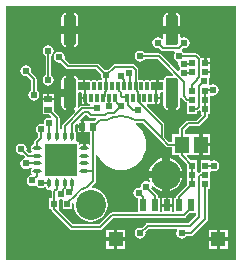
<source format=gbl>
G04*
G04 #@! TF.GenerationSoftware,Altium Limited,Altium Designer,20.0.14 (345)*
G04*
G04 Layer_Physical_Order=2*
G04 Layer_Color=16711680*
%FSLAX25Y25*%
%MOIN*%
G70*
G01*
G75*
%ADD10C,0.00600*%
%ADD14R,0.02000X0.02400*%
G04:AMPARAMS|DCode=21|XSize=43.31mil|YSize=102.36mil|CornerRadius=10.83mil|HoleSize=0mil|Usage=FLASHONLY|Rotation=0.000|XOffset=0mil|YOffset=0mil|HoleType=Round|Shape=RoundedRectangle|*
%AMROUNDEDRECTD21*
21,1,0.04331,0.08071,0,0,0.0*
21,1,0.02165,0.10236,0,0,0.0*
1,1,0.02165,0.01083,-0.04035*
1,1,0.02165,-0.01083,-0.04035*
1,1,0.02165,-0.01083,0.04035*
1,1,0.02165,0.01083,0.04035*
%
%ADD21ROUNDEDRECTD21*%
%ADD22C,0.10000*%
%ADD23C,0.02400*%
%ADD24R,0.05118X0.05709*%
%ADD25R,0.02500X0.01968*%
%ADD26R,0.01968X0.02500*%
%ADD27R,0.10630X0.10630*%
G04:AMPARAMS|DCode=28|XSize=13.78mil|YSize=31.5mil|CornerRadius=6.89mil|HoleSize=0mil|Usage=FLASHONLY|Rotation=90.000|XOffset=0mil|YOffset=0mil|HoleType=Round|Shape=RoundedRectangle|*
%AMROUNDEDRECTD28*
21,1,0.01378,0.01772,0,0,90.0*
21,1,0.00000,0.03150,0,0,90.0*
1,1,0.01378,0.00886,0.00000*
1,1,0.01378,0.00886,0.00000*
1,1,0.01378,-0.00886,0.00000*
1,1,0.01378,-0.00886,0.00000*
%
%ADD28ROUNDEDRECTD28*%
G04:AMPARAMS|DCode=29|XSize=13.78mil|YSize=31.5mil|CornerRadius=6.89mil|HoleSize=0mil|Usage=FLASHONLY|Rotation=0.000|XOffset=0mil|YOffset=0mil|HoleType=Round|Shape=RoundedRectangle|*
%AMROUNDEDRECTD29*
21,1,0.01378,0.01772,0,0,0.0*
21,1,0.00000,0.03150,0,0,0.0*
1,1,0.01378,0.00000,-0.00886*
1,1,0.01378,0.00000,-0.00886*
1,1,0.01378,0.00000,0.00886*
1,1,0.01378,0.00000,0.00886*
%
%ADD29ROUNDEDRECTD29*%
%ADD30R,0.04961X0.05118*%
%ADD31R,0.02165X0.03937*%
G04:AMPARAMS|DCode=32|XSize=11.81mil|YSize=29.92mil|CornerRadius=1.18mil|HoleSize=0mil|Usage=FLASHONLY|Rotation=0.000|XOffset=0mil|YOffset=0mil|HoleType=Round|Shape=RoundedRectangle|*
%AMROUNDEDRECTD32*
21,1,0.01181,0.02756,0,0,0.0*
21,1,0.00945,0.02992,0,0,0.0*
1,1,0.00236,0.00472,-0.01378*
1,1,0.00236,-0.00472,-0.01378*
1,1,0.00236,-0.00472,0.01378*
1,1,0.00236,0.00472,0.01378*
%
%ADD32ROUNDEDRECTD32*%
G04:AMPARAMS|DCode=33|XSize=39.37mil|YSize=27.56mil|CornerRadius=2.76mil|HoleSize=0mil|Usage=FLASHONLY|Rotation=0.000|XOffset=0mil|YOffset=0mil|HoleType=Round|Shape=RoundedRectangle|*
%AMROUNDEDRECTD33*
21,1,0.03937,0.02205,0,0,0.0*
21,1,0.03386,0.02756,0,0,0.0*
1,1,0.00551,0.01693,-0.01102*
1,1,0.00551,-0.01693,-0.01102*
1,1,0.00551,-0.01693,0.01102*
1,1,0.00551,0.01693,0.01102*
%
%ADD33ROUNDEDRECTD33*%
G04:AMPARAMS|DCode=34|XSize=11.81mil|YSize=27.56mil|CornerRadius=2.95mil|HoleSize=0mil|Usage=FLASHONLY|Rotation=0.000|XOffset=0mil|YOffset=0mil|HoleType=Round|Shape=RoundedRectangle|*
%AMROUNDEDRECTD34*
21,1,0.01181,0.02165,0,0,0.0*
21,1,0.00591,0.02756,0,0,0.0*
1,1,0.00591,0.00295,-0.01083*
1,1,0.00591,-0.00295,-0.01083*
1,1,0.00591,-0.00295,0.01083*
1,1,0.00591,0.00295,0.01083*
%
%ADD34ROUNDEDRECTD34*%
G36*
X38350Y-38350D02*
X-38350D01*
Y46224D01*
X38350D01*
Y-38350D01*
D02*
G37*
%LPC*%
G36*
X18258Y43946D02*
Y39478D01*
X19806D01*
Y42264D01*
X19676Y42920D01*
X19304Y43477D01*
X18747Y43849D01*
X18258Y43946D01*
D02*
G37*
G36*
X15758D02*
X15269Y43849D01*
X14712Y43477D01*
X14340Y42920D01*
X14209Y42264D01*
Y39478D01*
X15758D01*
Y43946D01*
D02*
G37*
G36*
X-15758D02*
Y39478D01*
X-14209D01*
Y42264D01*
X-14340Y42920D01*
X-14712Y43477D01*
X-15269Y43849D01*
X-15758Y43946D01*
D02*
G37*
G36*
X-18258D02*
X-18747Y43849D01*
X-19304Y43477D01*
X-19676Y42920D01*
X-19806Y42264D01*
Y39478D01*
X-18258D01*
Y43946D01*
D02*
G37*
G36*
X19806Y36978D02*
X14209D01*
Y35356D01*
X13710Y35204D01*
X13647Y35298D01*
X13051Y35696D01*
X12349Y35835D01*
X11647Y35696D01*
X11051Y35298D01*
X10654Y34702D01*
X10514Y34000D01*
X10654Y33298D01*
X11051Y32702D01*
X11647Y32304D01*
X12349Y32165D01*
X12798Y32254D01*
X13166Y31885D01*
X13191Y31759D01*
X13390Y31461D01*
X13688Y31262D01*
X14039Y31193D01*
X17812D01*
X18065Y30693D01*
X17804Y30302D01*
X17665Y29600D01*
X17804Y28898D01*
X18202Y28302D01*
X18798Y27904D01*
X18874Y27889D01*
X19226Y27309D01*
X19165Y27000D01*
X19304Y26298D01*
X19702Y25702D01*
X19802Y25635D01*
Y25298D01*
X19404Y24702D01*
X19393Y24643D01*
X18914Y24498D01*
X13263Y30149D01*
X12966Y30348D01*
X12615Y30418D01*
X7952D01*
X7698Y30798D01*
X7102Y31196D01*
X6400Y31335D01*
X5698Y31196D01*
X5102Y30798D01*
X4704Y30202D01*
X4565Y29500D01*
X4704Y28798D01*
X5102Y28202D01*
X5698Y27804D01*
X6400Y27665D01*
X7102Y27804D01*
X7698Y28202D01*
X7952Y28582D01*
X12234D01*
X17478Y23339D01*
X17286Y22877D01*
X15925D01*
X15269Y22747D01*
X14712Y22375D01*
X14415Y21930D01*
X14340Y21818D01*
X13898Y21562D01*
X12605D01*
Y19567D01*
X11805D01*
Y21562D01*
X10512D01*
X10170Y21494D01*
X9881Y21301D01*
X9503Y21493D01*
X9154Y21562D01*
X8563D01*
X8214Y21493D01*
X7874Y21317D01*
X7534Y21493D01*
X7185Y21562D01*
X6594D01*
X6339Y21512D01*
X6002Y21691D01*
X5839Y21823D01*
Y24979D01*
X5769Y25330D01*
X5570Y25628D01*
X4649Y26549D01*
X4351Y26748D01*
X4000Y26818D01*
X-2083D01*
X-2434Y26748D01*
X-2732Y26549D01*
X-4422Y24858D01*
X-4871Y24947D01*
X-5319Y24858D01*
X-7216Y26755D01*
X-7514Y26954D01*
X-7865Y27024D01*
X-17128D01*
X-18756Y28652D01*
X-18667Y29100D01*
X-18807Y29802D01*
X-19205Y30398D01*
X-19800Y30796D01*
X-20503Y30935D01*
X-21205Y30796D01*
X-21800Y30398D01*
X-22198Y29802D01*
X-22338Y29100D01*
X-22198Y28398D01*
X-21800Y27802D01*
X-21205Y27404D01*
X-20503Y27265D01*
X-20054Y27354D01*
X-18157Y25457D01*
X-17860Y25258D01*
X-17508Y25188D01*
X-8245D01*
X-6617Y23560D01*
X-6706Y23112D01*
X-6566Y22410D01*
X-6302Y22014D01*
X-6594Y21562D01*
X-7185D01*
X-7534Y21493D01*
X-7874Y21317D01*
X-8214Y21493D01*
X-8563Y21562D01*
X-9154D01*
X-9503Y21493D01*
X-9881Y21301D01*
X-10170Y21494D01*
X-10512Y21562D01*
X-11805D01*
Y19567D01*
X-12605D01*
Y21562D01*
X-13898D01*
X-14340Y21818D01*
X-14415Y21930D01*
X-14712Y22375D01*
X-15269Y22747D01*
X-15758Y22844D01*
Y17126D01*
Y11408D01*
X-15422Y11475D01*
X-15176Y11014D01*
X-19369Y6821D01*
X-19568Y6523D01*
X-19638Y6172D01*
Y5039D01*
X-20138Y4834D01*
X-20382Y5081D01*
Y8728D01*
X-20452Y9080D01*
X-20651Y9377D01*
X-22350Y11076D01*
Y13087D01*
X-22350Y13213D01*
Y13587D01*
X-22350Y13713D01*
Y14772D01*
X-24200D01*
X-26050D01*
Y13713D01*
X-26050Y13587D01*
Y13213D01*
X-26050Y13087D01*
Y10044D01*
X-23913D01*
X-23202Y9333D01*
X-23448Y8872D01*
X-23806Y8943D01*
X-24508Y8803D01*
X-25104Y8405D01*
X-25501Y7810D01*
X-25622Y7206D01*
X-25657Y7098D01*
X-26096Y6829D01*
X-26470Y6903D01*
X-27172Y6764D01*
X-27768Y6366D01*
X-28166Y5771D01*
X-28305Y5068D01*
X-28166Y4366D01*
X-27768Y3770D01*
X-27518Y3603D01*
Y2671D01*
X-28523Y1666D01*
X-28722Y1368D01*
X-28792Y1017D01*
Y146D01*
X-29263Y53D01*
X-29689Y-232D01*
X-29974Y-659D01*
X-30074Y-1161D01*
X-29974Y-1664D01*
X-29689Y-2091D01*
X-29847Y-2565D01*
X-30090Y-2803D01*
X-30582D01*
X-31488Y-1897D01*
X-31416Y-1532D01*
X-31555Y-830D01*
X-31953Y-234D01*
X-32549Y164D01*
X-33251Y303D01*
X-33953Y164D01*
X-34549Y-234D01*
X-34947Y-830D01*
X-35086Y-1532D01*
X-34947Y-2234D01*
X-34549Y-2830D01*
X-33953Y-3228D01*
X-33251Y-3367D01*
X-32719Y-3261D01*
X-31984Y-3997D01*
X-32148Y-4540D01*
X-32371Y-4584D01*
X-32966Y-4982D01*
X-33364Y-5577D01*
X-33503Y-6279D01*
X-33364Y-6982D01*
X-32966Y-7577D01*
X-32371Y-7975D01*
X-31668Y-8115D01*
X-30966Y-7975D01*
X-30371Y-7577D01*
X-29852Y-7585D01*
X-29689Y-7909D01*
X-29974Y-8336D01*
X-30074Y-8839D01*
X-29974Y-9341D01*
X-29768Y-9649D01*
X-29867Y-10059D01*
X-29950Y-10195D01*
X-30253Y-10255D01*
X-30849Y-10653D01*
X-31247Y-11249D01*
X-31386Y-11951D01*
X-31247Y-12653D01*
X-30849Y-13249D01*
X-30253Y-13646D01*
X-29551Y-13786D01*
X-28849Y-13646D01*
X-28715Y-13557D01*
X-28053Y-13716D01*
X-27882Y-13973D01*
X-27287Y-14371D01*
X-26584Y-14510D01*
X-25882Y-14371D01*
X-25581Y-14169D01*
X-25062Y-14261D01*
X-25002Y-14338D01*
X-24768Y-14689D01*
X-24341Y-14974D01*
X-23839Y-15074D01*
X-23453Y-14997D01*
X-23380Y-15037D01*
X-23163Y-15236D01*
X-23060Y-15390D01*
X-23097Y-15576D01*
Y-17880D01*
X-23800D01*
Y-21480D01*
X-23118D01*
Y-21620D01*
X-23048Y-21971D01*
X-22849Y-22269D01*
X-16969Y-28149D01*
X-16671Y-28348D01*
X-16320Y-28418D01*
X-6900D01*
X-6549Y-28348D01*
X-6251Y-28149D01*
X-2513Y-24410D01*
X20967D01*
X21318Y-24341D01*
X21616Y-24142D01*
X22889Y-22869D01*
X24957D01*
X25182Y-23275D01*
Y-23620D01*
X22620Y-26182D01*
X8900D01*
X8549Y-26252D01*
X8251Y-26451D01*
X6940Y-27762D01*
X6408Y-27657D01*
X5706Y-27796D01*
X5110Y-28194D01*
X4713Y-28790D01*
X4573Y-29492D01*
X4713Y-30194D01*
X5110Y-30790D01*
X5706Y-31187D01*
X6408Y-31327D01*
X7110Y-31187D01*
X7706Y-30790D01*
X8104Y-30194D01*
X8243Y-29492D01*
X8171Y-29127D01*
X9280Y-28018D01*
X18597D01*
X18858Y-28518D01*
X18604Y-28898D01*
X18465Y-29600D01*
X18604Y-30302D01*
X19002Y-30898D01*
X19598Y-31296D01*
X20300Y-31435D01*
X21002Y-31296D01*
X21598Y-30898D01*
X21852Y-30518D01*
X23300D01*
X23651Y-30448D01*
X23949Y-30249D01*
X28849Y-25349D01*
X29048Y-25051D01*
X29118Y-24700D01*
Y-14800D01*
X29800D01*
Y-11800D01*
Y-9077D01*
X30264Y-8796D01*
X30300Y-8797D01*
X30974Y-8931D01*
X31676Y-8791D01*
X32272Y-8393D01*
X32670Y-7798D01*
X32809Y-7096D01*
X32670Y-6393D01*
X32272Y-5798D01*
X31676Y-5400D01*
X30974Y-5260D01*
X30300Y-5395D01*
X30169Y-5397D01*
X29800Y-5200D01*
Y-5200D01*
X26600D01*
Y-9102D01*
X26349Y-9152D01*
X26051Y-9351D01*
X25900Y-9502D01*
X25400Y-9295D01*
Y-5200D01*
X23298D01*
X22014Y-3916D01*
X22205Y-3454D01*
X26041D01*
Y-0D01*
Y3454D01*
X21259D01*
Y4662D01*
X22780Y6182D01*
X25700D01*
X26051Y6252D01*
X26349Y6451D01*
X28849Y8951D01*
X29048Y9249D01*
X29118Y9600D01*
Y10200D01*
X29800D01*
Y13200D01*
Y16102D01*
X29900Y16237D01*
X29943Y16276D01*
X30300Y16464D01*
X30800Y16365D01*
X31502Y16504D01*
X32098Y16902D01*
X32496Y17498D01*
X32635Y18200D01*
X32496Y18902D01*
X32098Y19498D01*
X31502Y19896D01*
X30800Y20035D01*
X30098Y19896D01*
X30066Y19875D01*
X29800Y19800D01*
X29478Y19886D01*
X29268Y20375D01*
X29280Y20393D01*
X29420Y21096D01*
X29280Y21798D01*
X29239Y21859D01*
X29475Y22300D01*
X29800D01*
Y23700D01*
X28200D01*
Y24500D01*
X29800D01*
Y25300D01*
Y26700D01*
X28200D01*
Y27100D01*
X27800D01*
Y28900D01*
X26736D01*
X26549Y29180D01*
X25580Y30149D01*
X25282Y30348D01*
X24931Y30418D01*
X21118D01*
X20798Y30898D01*
X20400Y31163D01*
X20291Y31698D01*
X20309Y31780D01*
X20778Y32249D01*
X21200Y32165D01*
X21902Y32304D01*
X22498Y32702D01*
X22896Y33298D01*
X23035Y34000D01*
X22896Y34702D01*
X22498Y35298D01*
X21902Y35696D01*
X21200Y35835D01*
X20498Y35696D01*
X20306Y35568D01*
X19806Y35835D01*
Y36978D01*
D02*
G37*
G36*
X-14209D02*
X-15758D01*
Y32511D01*
X-15269Y32608D01*
X-14712Y32980D01*
X-14340Y33536D01*
X-14209Y34193D01*
Y36978D01*
D02*
G37*
G36*
X-18258D02*
X-19806D01*
Y34193D01*
X-19676Y33536D01*
X-19304Y32980D01*
X-18747Y32608D01*
X-18258Y32511D01*
Y36978D01*
D02*
G37*
G36*
X29800Y28900D02*
X28600D01*
Y27500D01*
X29800D01*
Y28900D01*
D02*
G37*
G36*
X-24165Y33035D02*
X-24867Y32896D01*
X-25463Y32498D01*
X-25860Y31902D01*
X-26000Y31200D01*
X-25860Y30498D01*
X-25463Y29902D01*
X-25082Y29648D01*
Y23058D01*
X-25463Y22804D01*
X-25860Y22209D01*
X-26000Y21507D01*
X-25860Y20804D01*
X-25463Y20209D01*
X-24867Y19811D01*
X-24165Y19671D01*
X-23463Y19811D01*
X-22867Y20209D01*
X-22469Y20804D01*
X-22330Y21507D01*
X-22469Y22209D01*
X-22867Y22804D01*
X-23247Y23058D01*
Y29648D01*
X-22867Y29902D01*
X-22469Y30498D01*
X-22330Y31200D01*
X-22469Y31902D01*
X-22867Y32498D01*
X-23463Y32896D01*
X-24165Y33035D01*
D02*
G37*
G36*
X-18258Y22844D02*
X-18747Y22747D01*
X-19304Y22375D01*
X-19676Y21818D01*
X-19806Y21161D01*
Y18376D01*
X-18258D01*
Y22844D01*
D02*
G37*
G36*
X-22350Y16756D02*
X-23800D01*
Y15572D01*
X-22350D01*
Y16756D01*
D02*
G37*
G36*
X-24600D02*
X-26050D01*
Y15572D01*
X-24600D01*
Y16756D01*
D02*
G37*
G36*
X-31677Y26495D02*
X-32379Y26356D01*
X-32975Y25958D01*
X-33373Y25362D01*
X-33512Y24660D01*
X-33373Y23958D01*
X-32975Y23362D01*
X-32379Y22964D01*
X-31677Y22825D01*
X-31229Y22914D01*
X-29918Y21603D01*
Y18052D01*
X-30298Y17798D01*
X-30696Y17202D01*
X-30835Y16500D01*
X-30696Y15798D01*
X-30298Y15202D01*
X-29702Y14804D01*
X-29000Y14665D01*
X-28298Y14804D01*
X-27702Y15202D01*
X-27304Y15798D01*
X-27165Y16500D01*
X-27304Y17202D01*
X-27702Y17798D01*
X-28082Y18052D01*
Y21983D01*
X-28152Y22334D01*
X-28351Y22632D01*
X-29931Y24212D01*
X-29842Y24660D01*
X-29982Y25362D01*
X-30380Y25958D01*
X-30975Y26356D01*
X-31677Y26495D01*
D02*
G37*
G36*
X-18258Y15876D02*
X-19806D01*
Y13091D01*
X-19676Y12434D01*
X-19304Y11877D01*
X-18747Y11506D01*
X-18258Y11408D01*
Y15876D01*
D02*
G37*
G36*
X29800Y3454D02*
X27241D01*
Y600D01*
X29800D01*
Y3454D01*
D02*
G37*
G36*
Y-600D02*
X27241D01*
Y-3454D01*
X29800D01*
Y-600D01*
D02*
G37*
G36*
X35606Y-28361D02*
X33126D01*
Y-30920D01*
X35606D01*
Y-28361D01*
D02*
G37*
G36*
X31926D02*
X29446D01*
Y-30920D01*
X31926D01*
Y-28361D01*
D02*
G37*
G36*
X1354D02*
X-1126D01*
Y-30920D01*
X1354D01*
Y-28361D01*
D02*
G37*
G36*
X-2326D02*
X-4806D01*
Y-30920D01*
X-2326D01*
Y-28361D01*
D02*
G37*
G36*
X35606Y-32120D02*
X33126D01*
Y-34679D01*
X35606D01*
Y-32120D01*
D02*
G37*
G36*
X31926D02*
X29446D01*
Y-34679D01*
X31926D01*
Y-32120D01*
D02*
G37*
G36*
X1354D02*
X-1126D01*
Y-34679D01*
X1354D01*
Y-32120D01*
D02*
G37*
G36*
X-2326D02*
X-4806D01*
Y-34679D01*
X-2326D01*
Y-32120D01*
D02*
G37*
%LPD*%
G36*
X14209Y17316D02*
Y13091D01*
X14340Y12434D01*
X14712Y11877D01*
X15269Y11506D01*
X15758Y11408D01*
Y17126D01*
X18258D01*
Y11408D01*
X18747Y11506D01*
X19304Y11877D01*
X19676Y12434D01*
X19806Y13091D01*
Y15585D01*
X19944Y15636D01*
X20306Y15668D01*
X20451Y15451D01*
X21551Y14351D01*
X21849Y14152D01*
X22200Y14082D01*
Y10200D01*
X25400D01*
Y11082D01*
X25751Y11152D01*
X26049Y11351D01*
X26138Y11440D01*
X26600Y11249D01*
Y10200D01*
X26795D01*
X27002Y9700D01*
X25320Y8018D01*
X22400D01*
X22049Y7948D01*
X21751Y7749D01*
X19693Y5691D01*
X19494Y5393D01*
X19424Y5042D01*
Y3454D01*
X17183D01*
Y918D01*
X16180D01*
X14518Y2580D01*
Y6614D01*
X14448Y6965D01*
X14249Y7263D01*
X8629Y12882D01*
X8746Y13424D01*
X9090Y13576D01*
X9370Y13520D01*
X10315D01*
X10595Y13576D01*
X10827Y13730D01*
X11058Y13576D01*
X11339Y13520D01*
X11411D01*
Y15630D01*
X11811D01*
Y16030D01*
X13016D01*
Y17008D01*
X13003Y17072D01*
X13289Y17515D01*
X13372Y17572D01*
X13898D01*
X14209Y17316D01*
D02*
G37*
G36*
X-13289Y17515D02*
X-13003Y17072D01*
X-13016Y17008D01*
Y16030D01*
X-11811D01*
Y15630D01*
X-11411D01*
Y13520D01*
X-11339D01*
X-11058Y13576D01*
X-10827Y13730D01*
X-10595Y13576D01*
X-10389Y13535D01*
X-10239Y13331D01*
X-10115Y13020D01*
X-10116Y13018D01*
X-12792D01*
X-13143Y12948D01*
X-13441Y12749D01*
X-13849Y12341D01*
X-14310Y12587D01*
X-14209Y13091D01*
Y17316D01*
X-13898Y17572D01*
X-13372D01*
X-13289Y17515D01*
D02*
G37*
G36*
X-10449Y9151D02*
X-10151Y8952D01*
X-9800Y8882D01*
X-8351D01*
X-8144Y8382D01*
X-8676Y7850D01*
X-10813D01*
Y7850D01*
X-11187D01*
Y7850D01*
X-12372D01*
Y6000D01*
Y4150D01*
X-11187D01*
Y4150D01*
X-10813D01*
Y4150D01*
X-10146D01*
Y259D01*
X-10646Y-8D01*
X-10737Y53D01*
X-11240Y153D01*
X-11726D01*
Y-1161D01*
X-12526D01*
Y153D01*
X-13012D01*
X-13515Y53D01*
X-13585Y6D01*
X-14085Y273D01*
Y915D01*
X-14727D01*
X-14994Y1415D01*
X-14947Y1485D01*
X-14847Y1988D01*
Y3760D01*
X-14947Y4263D01*
X-15232Y4689D01*
X-15244Y4697D01*
Y6537D01*
X-14818Y6962D01*
X-14356Y6771D01*
Y6400D01*
X-13172D01*
Y7850D01*
X-13277D01*
X-13468Y8312D01*
X-11848Y9932D01*
X-11230D01*
X-10449Y9151D01*
D02*
G37*
G36*
X12951Y1551D02*
X15151Y-649D01*
X15449Y-848D01*
X15800Y-918D01*
X17183D01*
Y-3454D01*
X19424D01*
Y-3542D01*
X19494Y-3893D01*
X19693Y-4191D01*
X22200Y-6698D01*
Y-8800D01*
Y-13302D01*
X18688Y-16814D01*
X18489Y-17112D01*
X18419Y-17463D01*
Y-17731D01*
X17654D01*
Y-22575D01*
X17083D01*
Y-20700D01*
X13717D01*
Y-22575D01*
X13146D01*
Y-17731D01*
X12381D01*
Y-17163D01*
X12311Y-16812D01*
X12112Y-16514D01*
X10202Y-14604D01*
X10327Y-13976D01*
X10315Y-13914D01*
X10782Y-13702D01*
X11006Y-13994D01*
X12176Y-14892D01*
X13538Y-15456D01*
X13750Y-15484D01*
Y-11250D01*
X9516D01*
X9544Y-11462D01*
X9803Y-12086D01*
X9399Y-12418D01*
X9194Y-12281D01*
X8492Y-12141D01*
X7789Y-12281D01*
X7194Y-12679D01*
X6796Y-13274D01*
X6656Y-13976D01*
X6212Y-14307D01*
X6000Y-14265D01*
X5298Y-14404D01*
X4702Y-14802D01*
X4304Y-15398D01*
X4165Y-16100D01*
X4304Y-16802D01*
X4702Y-17398D01*
X5298Y-17796D01*
X5843Y-17904D01*
Y-22575D01*
X-2893D01*
X-3244Y-22645D01*
X-3542Y-22844D01*
X-7280Y-26582D01*
X-15940D01*
X-20730Y-21793D01*
X-20600Y-21480D01*
X-20600D01*
Y-18571D01*
X-20213Y-18254D01*
X-20079Y-18281D01*
X-19786Y-18222D01*
X-19400Y-18540D01*
Y-21480D01*
X-16200D01*
Y-19468D01*
X-16072Y-19385D01*
X-15606Y-19679D01*
X-15648Y-20000D01*
X-15456Y-21462D01*
X-14892Y-22824D01*
X-13994Y-23994D01*
X-12824Y-24892D01*
X-11462Y-25456D01*
X-10000Y-25648D01*
X-8538Y-25456D01*
X-7176Y-24892D01*
X-6006Y-23994D01*
X-5108Y-22824D01*
X-4544Y-21462D01*
X-4352Y-20000D01*
X-4544Y-18538D01*
X-5108Y-17176D01*
X-6006Y-16006D01*
X-7176Y-15108D01*
X-8538Y-14544D01*
X-9476Y-14421D01*
X-9655Y-13893D01*
X-8580Y-12817D01*
X-8381Y-12519D01*
X-8311Y-12168D01*
Y-8839D01*
Y-3465D01*
X-7811Y-3364D01*
X-7080Y-4731D01*
X-6021Y-6021D01*
X-4731Y-7080D01*
X-3259Y-7867D01*
X-1661Y-8351D01*
X0Y-8515D01*
X1661Y-8351D01*
X3259Y-7867D01*
X4731Y-7080D01*
X6021Y-6021D01*
X7080Y-4731D01*
X7867Y-3259D01*
X8351Y-1661D01*
X8515Y0D01*
X8351Y1661D01*
X7867Y3259D01*
X7080Y4731D01*
X6021Y6021D01*
X5128Y6754D01*
X5208Y7201D01*
X5272Y7282D01*
X7220D01*
X12951Y1551D01*
D02*
G37*
%LPC*%
G36*
X13016Y15230D02*
X12211D01*
Y13520D01*
X12284D01*
X12564Y13576D01*
X12801Y13734D01*
X12960Y13972D01*
X13016Y14252D01*
Y15230D01*
D02*
G37*
G36*
X-12211D02*
X-13016D01*
Y14252D01*
X-12960Y13972D01*
X-12801Y13734D01*
X-12564Y13576D01*
X-12284Y13520D01*
X-12211D01*
Y15230D01*
D02*
G37*
G36*
X-13172Y5600D02*
X-14356D01*
Y4150D01*
X-13172D01*
Y5600D01*
D02*
G37*
G36*
X16250Y-4516D02*
Y-8750D01*
X20484D01*
X20456Y-8538D01*
X19892Y-7176D01*
X18994Y-6006D01*
X17824Y-5108D01*
X16462Y-4544D01*
X16250Y-4516D01*
D02*
G37*
G36*
X13750D02*
X13538Y-4544D01*
X12176Y-5108D01*
X11006Y-6006D01*
X10108Y-7176D01*
X9544Y-8538D01*
X9516Y-8750D01*
X13750D01*
Y-4516D01*
D02*
G37*
G36*
X20484Y-11250D02*
X16250D01*
Y-15484D01*
X16462Y-15456D01*
X17824Y-14892D01*
X18994Y-13994D01*
X19892Y-12824D01*
X20456Y-11462D01*
X20484Y-11250D01*
D02*
G37*
G36*
X17083Y-17731D02*
X15800D01*
Y-19900D01*
X17083D01*
Y-17731D01*
D02*
G37*
G36*
X15000D02*
X13717D01*
Y-19900D01*
X15000D01*
Y-17731D01*
D02*
G37*
%LPD*%
D10*
X-11177Y-14117D02*
G03*
X-14993Y-16673I1177J-5883D01*
G01*
X4904Y8137D02*
G03*
X-4904Y8137I-4904J-8137D01*
G01*
X23800Y20000D02*
X25484Y21684D01*
X25900Y22381D02*
Y28531D01*
X25484Y21684D02*
Y21966D01*
X25900Y22381D01*
X26000Y12600D02*
Y19511D01*
X27584Y21096D01*
X-18721Y-14402D02*
Y-12874D01*
X-20079Y-16445D02*
X-19238Y-15603D01*
Y-14919D02*
X-18721Y-14402D01*
X-19238Y-15603D02*
Y-14919D01*
X-22200Y-19700D02*
X-22179Y-19680D01*
Y-15576D01*
X-21280Y-14676D02*
Y-12874D01*
X-22179Y-15576D02*
X-21280Y-14676D01*
X-16310Y-13023D02*
X-16161Y-12874D01*
X-16938Y-15689D02*
X-16161Y-14913D01*
X-16310Y-15010D02*
Y-13023D01*
X-16789Y-15489D02*
X-16310Y-15010D01*
X-26570Y5028D02*
Y5068D01*
X-26600Y2291D02*
Y4998D01*
X-27874Y1017D02*
X-26600Y2291D01*
X-31677Y24660D02*
X-29000Y21983D01*
Y16500D02*
Y21983D01*
X-26600Y4998D02*
X-26570Y5028D01*
X-16161Y-14913D02*
Y-12874D01*
X-22200Y-21620D02*
Y-19700D01*
X14039Y32110D02*
X19342D01*
X12549Y33800D02*
X14039Y32310D01*
X21000Y33768D02*
Y33800D01*
X19342Y32110D02*
X21000Y33768D01*
X24931Y29500D02*
X25900Y28531D01*
X19500Y29500D02*
X24931D01*
X23800Y18000D02*
Y20000D01*
X21100Y16100D02*
Y21014D01*
X12615Y29500D02*
X21100Y21014D01*
X6500Y29500D02*
X12615D01*
X-984Y19567D02*
X-506Y19089D01*
X-18Y16151D02*
Y17501D01*
X-506Y17989D02*
X-18Y17501D01*
X-506Y17989D02*
Y19089D01*
X2233Y13352D02*
X3907Y11678D01*
X5707D01*
X-4507Y10597D02*
X-2403D01*
X0Y13000D01*
X-5304Y9800D02*
X-4507Y10597D01*
X-12792Y12100D02*
X-8000D01*
X-18721Y6172D02*
X-12792Y12100D01*
X-18721Y2874D02*
Y6172D01*
X-30962Y-3720D02*
X-27874D01*
X-33151Y-1532D02*
X-30962Y-3720D01*
X333Y15800D02*
X1798D01*
X-18Y16151D02*
X333Y15800D01*
X1798D02*
X1969Y15630D01*
X-9800Y9800D02*
X-5304D01*
X-10850Y10850D02*
X-9800Y9800D01*
X-12228Y10850D02*
X-10850D01*
X-24165Y21707D02*
Y31100D01*
X-20503Y29100D02*
X-17508Y26106D01*
X-7865D01*
X-4871Y23112D01*
X28200Y18000D02*
X28400Y18200D01*
X30800D01*
X-16161Y2874D02*
Y6917D01*
X-12228Y10850D01*
X-325Y13572D02*
X0Y13247D01*
X-816Y13572D02*
X-325D01*
X-2000Y14756D02*
X-816Y13572D01*
X11811Y15630D02*
Y19173D01*
X12205Y19567D01*
X-11811Y15630D02*
Y19173D01*
X-12205Y19567D02*
X-11811Y19173D01*
X-27874Y-1161D02*
Y1017D01*
X-11177Y-14117D02*
X-9228Y-12168D01*
X-17800Y-19480D02*
X-14993Y-16673D01*
X-9228Y-12168D02*
Y-8839D01*
Y6000D01*
X-11477Y-8839D02*
X-9228D01*
X-17800Y-19680D02*
Y-19480D01*
X20967Y-23493D02*
X23274Y-21186D01*
X-6900Y-27500D02*
X-2893Y-23493D01*
X20967D01*
X-16320Y-27500D02*
X-6900D01*
X23274Y-21186D02*
Y-20300D01*
X-22200Y-21620D02*
X-16320Y-27500D01*
X-31668Y-6279D02*
X-27874D01*
X-29451Y-11951D02*
X-27874Y-10374D01*
Y-8839D01*
X28200Y-7000D02*
X28296Y-7096D01*
X30974D01*
X6508Y-29492D02*
X8900Y-27100D01*
X23000D01*
X20300Y-29600D02*
X23300D01*
X23000Y-27100D02*
X26100Y-24000D01*
Y-10600D01*
X28200Y-24700D02*
Y-13000D01*
X23300Y-29600D02*
X28200Y-24700D01*
X26100Y-10600D02*
X26700Y-10000D01*
X28200D01*
X19337Y-20300D02*
Y-17463D01*
X23800Y-13000D01*
Y-10000D01*
Y-7000D01*
X20342Y-3542D02*
Y0D01*
Y-3542D02*
X23800Y-7000D01*
X7526Y-20300D02*
Y-17526D01*
X6100Y-16200D02*
X6200D01*
X6000Y-16100D02*
X6100Y-16200D01*
X6200D02*
X7526Y-17526D01*
X11463Y-20300D02*
Y-17163D01*
X8300Y-14000D02*
X11463Y-17163D01*
X8324Y-13976D02*
X8492D01*
X8300Y-14000D02*
X8324Y-13976D01*
X25400Y12000D02*
X26000Y12600D01*
X23800Y12000D02*
X25400D01*
X21100Y16100D02*
X22200Y15000D01*
X23800D01*
X19400Y29500D02*
X19450Y29450D01*
X21000Y27000D02*
X23800D01*
X21000Y24000D02*
X23800D01*
X2937Y19583D02*
Y23884D01*
X2921Y23900D02*
X2937Y23884D01*
X4921Y19567D02*
Y24979D01*
X4000Y25900D02*
X4921Y24979D01*
X0Y22418D02*
Y22512D01*
Y22418D02*
X984Y21434D01*
X-4896Y19592D02*
Y23087D01*
X-4921Y19567D02*
X-4896Y19592D01*
X984Y19567D02*
Y21434D01*
X20342Y0D02*
Y5042D01*
X22400Y7100D01*
X25700D01*
X28200Y9600D02*
Y12000D01*
X25700Y7100D02*
X28200Y9600D01*
Y12000D02*
Y15000D01*
Y18000D01*
X-7092Y8137D02*
X-4904D01*
X-9228Y6000D02*
Y6266D01*
X-8644Y6850D01*
X-8378D01*
X-7092Y8137D01*
X7600Y8200D02*
X13600Y2200D01*
X4942Y8200D02*
X7600D01*
X-2000Y14756D02*
Y15598D01*
X6096Y14118D02*
X13600Y6614D01*
Y2200D02*
Y6614D01*
X15800Y0D02*
X20342D01*
X13600Y2200D02*
X15800Y0D01*
X5906Y15630D02*
X6096Y15439D01*
Y14118D02*
Y15439D01*
X-4871Y23112D02*
X-2083Y25900D01*
X4000D01*
X2937Y19583D02*
X2953Y19567D01*
X-26584Y-12675D02*
X-26385Y-12874D01*
X-23839D01*
X-21300Y2800D02*
Y8728D01*
X-23350Y10778D02*
X-21300Y8728D01*
X-24200Y11628D02*
X-23934D01*
X-23350Y11044D01*
Y10778D02*
Y11044D01*
X-23839Y2874D02*
Y6831D01*
X-23770Y6900D01*
Y6972D01*
X-23806Y7008D02*
X-23770Y6972D01*
X4921Y18779D02*
X5399Y18302D01*
Y17989D02*
Y18302D01*
Y17989D02*
X5715Y17673D01*
Y15821D02*
Y17673D01*
Y15821D02*
X5906Y15630D01*
X2233Y13352D02*
Y15594D01*
X-4023Y12647D02*
X-3937Y12733D01*
Y15630D01*
X-4896Y23087D02*
X-4871Y23112D01*
X-4921Y17936D02*
Y19567D01*
X-5906Y15630D02*
X-5428Y16108D01*
Y17430D02*
X-4921Y17936D01*
X-5428Y16108D02*
Y17430D01*
X11593Y15412D02*
X11811Y15630D01*
D14*
X28200Y-10000D02*
D03*
X23800D02*
D03*
X28200Y-13000D02*
D03*
X23800D02*
D03*
X28200Y-7000D02*
D03*
X23800D02*
D03*
Y15000D02*
D03*
X28200D02*
D03*
X23800Y12000D02*
D03*
X28200D02*
D03*
X23800Y18000D02*
D03*
X28200D02*
D03*
Y27100D02*
D03*
X23800D02*
D03*
X28200Y24100D02*
D03*
X23800D02*
D03*
X-22200Y-19680D02*
D03*
X-17800D02*
D03*
D21*
X17008Y17126D02*
D03*
X-17008Y38228D02*
D03*
Y17126D02*
D03*
X17008Y38228D02*
D03*
D22*
X-10000Y-20000D02*
D03*
X15000Y-10000D02*
D03*
D23*
X-24280Y-16500D02*
D03*
X-17138Y-15789D02*
D03*
X-20079Y-16445D02*
D03*
X-26470Y5068D02*
D03*
X-33251Y-1532D02*
D03*
X21200Y34000D02*
D03*
X12349D02*
D03*
X-24165Y31200D02*
D03*
Y21507D02*
D03*
X-20503Y29100D02*
D03*
X-31677Y24660D02*
D03*
X-29000Y16500D02*
D03*
X30800Y18200D02*
D03*
X31100Y31000D02*
D03*
X-29000Y29000D02*
D03*
X-24000Y18500D02*
D03*
X26800Y5000D02*
D03*
X28000Y-28000D02*
D03*
X-29000Y-29000D02*
D03*
X-17000Y-23000D02*
D03*
X-8000Y23000D02*
D03*
X11000Y26000D02*
D03*
X-12500Y2000D02*
D03*
X-31668Y-6279D02*
D03*
X-29551Y-11951D02*
D03*
X30974Y-7096D02*
D03*
X6408Y-29492D02*
D03*
X20300Y-29600D02*
D03*
X6000Y-16100D02*
D03*
X8492Y-13976D02*
D03*
X27584Y21096D02*
D03*
X6400Y29500D02*
D03*
X19500Y29600D02*
D03*
X2821Y23800D02*
D03*
X0Y22712D02*
D03*
X-4871Y23112D02*
D03*
X21000Y27000D02*
D03*
X-8000Y12100D02*
D03*
X21100Y24000D02*
D03*
X-26584Y-12675D02*
D03*
X-23806Y7108D02*
D03*
X0Y13000D02*
D03*
X5607Y11578D02*
D03*
X-4023Y12747D02*
D03*
D24*
X26641Y0D02*
D03*
X20342D02*
D03*
D25*
X-24200Y15172D02*
D03*
Y11628D02*
D03*
D26*
X-12772Y6000D02*
D03*
X-9228D02*
D03*
D27*
X-20000Y-5000D02*
D03*
D28*
X-12126Y-1161D02*
D03*
Y-3720D02*
D03*
Y-8839D02*
D03*
Y-6279D02*
D03*
X-27874Y-8839D02*
D03*
Y-6279D02*
D03*
Y-1161D02*
D03*
Y-3720D02*
D03*
D29*
X-16161Y-12874D02*
D03*
X-18721D02*
D03*
X-23839D02*
D03*
X-21280D02*
D03*
X-23839Y2874D02*
D03*
X-21280D02*
D03*
X-16161D02*
D03*
X-18721D02*
D03*
D30*
X32526Y-31521D02*
D03*
X-1726D02*
D03*
D31*
X11463Y-20300D02*
D03*
X23274D02*
D03*
X15400D02*
D03*
X19337D02*
D03*
X7526D02*
D03*
D32*
X-11811Y15630D02*
D03*
X-9843D02*
D03*
X-7874D02*
D03*
X-5906D02*
D03*
X-1969D02*
D03*
X1969D02*
D03*
X3937D02*
D03*
X5906D02*
D03*
X7874D02*
D03*
X-3937D02*
D03*
X9843D02*
D03*
X11811D02*
D03*
D33*
X12205Y19567D02*
D03*
X-12205D02*
D03*
D34*
X8858D02*
D03*
X6890D02*
D03*
X4921D02*
D03*
X2953D02*
D03*
X984D02*
D03*
X-984D02*
D03*
X-2953D02*
D03*
X-4921D02*
D03*
X-6890D02*
D03*
X-8858D02*
D03*
M02*

</source>
